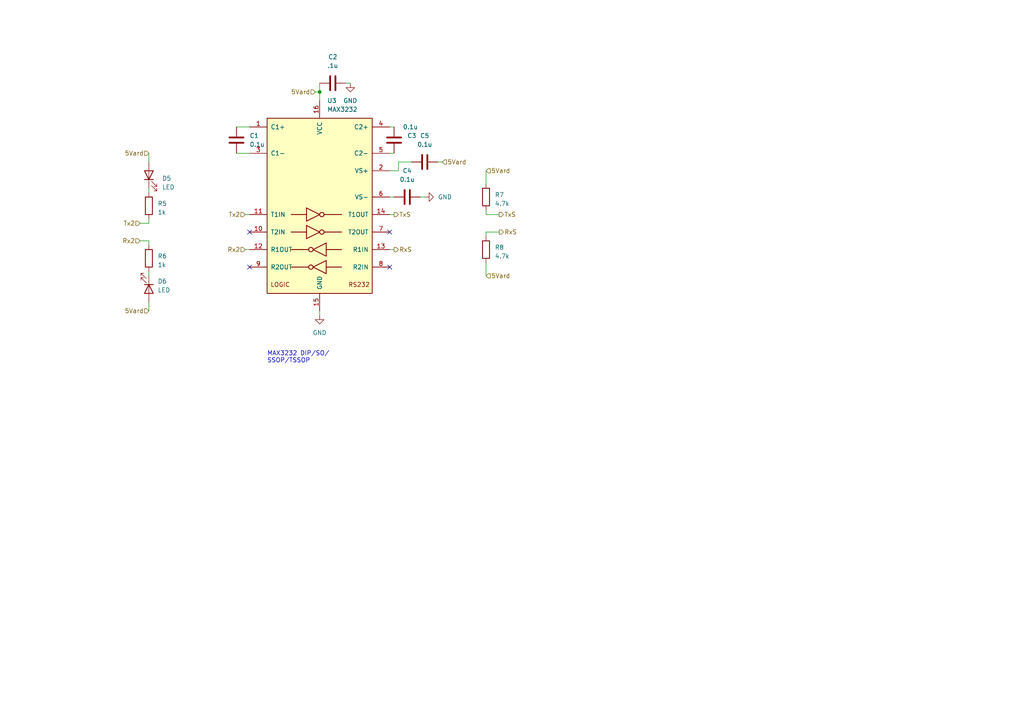
<source format=kicad_sch>
(kicad_sch (version 20230121) (generator eeschema)
  (paper "A4")
  (lib_symbols
    (symbol "Device:C" (pin_numbers hide) (pin_names (offset 0.254))
      (property "Reference" "C" (at 0.635 2.54 0))
      (property "Value" "C" (at 0.635 -2.54 0))
      (symbol "C_0_1"
        (polyline (pts (xy -2.032 -0.762) (xy 2.032 -0.762)) (stroke (width 0.508)))
        (polyline (pts (xy -2.032 0.762) (xy 2.032 0.762)) (stroke (width 0.508)))
      )
      (symbol "C_1_1"
        (pin passive line (at 0 3.81 270) (length 2.794) (name "~") (number "1"))
        (pin passive line (at 0 -3.81 90) (length 2.794) (name "~") (number "2"))
      )
    )
    (symbol "Device:LED" (pin_numbers hide) (pin_names (offset 1.016) hide)
      (property "Reference" "D" (at 0 2.54 0))
      (property "Value" "LED" (at 0 -2.54 0))
      (symbol "LED_0_1"
        (polyline (pts (xy -1.27 -1.27) (xy -1.27 1.27)) (stroke (width 0.254)))
        (polyline (pts (xy -1.27 0) (xy 1.27 0)))
        (polyline (pts (xy 1.27 -1.27) (xy 1.27 1.27) (xy -1.27 0) (xy 1.27 -1.27)) (stroke (width 0.254)))
        (polyline (pts (xy -3.048 -0.762) (xy -4.572 -2.286) (xy -3.81 -2.286) (xy -4.572 -2.286) (xy -4.572 -1.524)))
        (polyline (pts (xy -1.778 -0.762) (xy -3.302 -2.286) (xy -2.54 -2.286) (xy -3.302 -2.286) (xy -3.302 -1.524)))
      )
      (symbol "LED_1_1"
        (pin passive line (at -3.81 0 0) (length 2.54) (name "K") (number "1"))
        (pin passive line (at 3.81 0 180) (length 2.54) (name "A") (number "2"))
      )
    )
    (symbol "Device:R" (pin_numbers hide) (pin_names (offset 0))
      (property "Reference" "R" (at 2.032 0 90))
      (property "Value" "R" (at 0 0 90))
      (symbol "R_0_1"
        (rectangle (start -1.016 -2.54) (end 1.016 2.54) (stroke (width 0.254)))
      )
      (symbol "R_1_1"
        (pin passive line (at 0 3.81 270) (length 1.27) (name "~") (number "1"))
        (pin passive line (at 0 -3.81 90) (length 1.27) (name "~") (number "2"))
      )
    )
    (symbol "Interface_UART:MAX3232" (pin_names (offset 1.016))
      (property "Reference" "U" (at -2.54 28.575 0))
      (property "Value" "MAX3232" (at -2.54 26.67 0))
      (symbol "MAX3232_0_0"
        (text "LOGIC" (at -11.43 -22.86 0) (effects (font (size 1.27 1.27))))
        (text "RS232" (at 11.43 -22.86 0) (effects (font (size 1.27 1.27))))
      )
      (symbol "MAX3232_0_1"
        (rectangle (start -15.24 -25.4) (end 15.24 25.4) (stroke (width 0.254)) (fill (type background)))
        (circle (center -2.54 -17.78) (radius 0.635) (stroke (width 0.254)))
        (circle (center -2.54 -12.7) (radius 0.635) (stroke (width 0.254)))
        (polyline (pts (xy -3.81 -7.62) (xy -8.255 -7.62)) (stroke (width 0.254)))
        (polyline (pts (xy -3.81 -2.54) (xy -8.255 -2.54)) (stroke (width 0.254)))
        (polyline (pts (xy -3.175 -17.78) (xy -8.255 -17.78)) (stroke (width 0.254)))
        (polyline (pts (xy -3.175 -12.7) (xy -8.255 -12.7)) (stroke (width 0.254)))
        (polyline (pts (xy 1.27 -7.62) (xy 6.35 -7.62)) (stroke (width 0.254)))
        (polyline (pts (xy 1.27 -2.54) (xy 6.35 -2.54)) (stroke (width 0.254)))
        (polyline (pts (xy 1.905 -17.78) (xy 6.35 -17.78)) (stroke (width 0.254)))
        (polyline (pts (xy 1.905 -12.7) (xy 6.35 -12.7)) (stroke (width 0.254)))
        (polyline (pts (xy -3.81 -5.715) (xy -3.81 -9.525) (xy 0 -7.62) (xy -3.81 -5.715)) (stroke (width 0.254)))
        (polyline (pts (xy -3.81 -0.635) (xy -3.81 -4.445) (xy 0 -2.54) (xy -3.81 -0.635)) (stroke (width 0.254)))
        (polyline (pts (xy 1.905 -15.875) (xy 1.905 -19.685) (xy -1.905 -17.78) (xy 1.905 -15.875)) (stroke (width 0.254)))
        (polyline (pts (xy 1.905 -10.795) (xy 1.905 -14.605) (xy -1.905 -12.7) (xy 1.905 -10.795)) (stroke (width 0.254)))
        (circle (center 0.635 -7.62) (radius 0.635) (stroke (width 0.254)))
        (circle (center 0.635 -2.54) (radius 0.635) (stroke (width 0.254)))
      )
      (symbol "MAX3232_1_1"
        (pin passive line (at -20.32 22.86 0) (length 5.08) (name "C1+") (number "1"))
        (pin input line (at -20.32 -7.62 0) (length 5.08) (name "T2IN") (number "10"))
        (pin input line (at -20.32 -2.54 0) (length 5.08) (name "T1IN") (number "11"))
        (pin output line (at -20.32 -12.7 0) (length 5.08) (name "R1OUT") (number "12"))
        (pin input line (at 20.32 -12.7 180) (length 5.08) (name "R1IN") (number "13"))
        (pin output line (at 20.32 -2.54 180) (length 5.08) (name "T1OUT") (number "14"))
        (pin power_in line (at 0 -30.48 90) (length 5.08) (name "GND") (number "15"))
        (pin power_in line (at 0 30.48 270) (length 5.08) (name "VCC") (number "16"))
        (pin power_out line (at 20.32 10.16 180) (length 5.08) (name "VS+") (number "2"))
        (pin passive line (at -20.32 15.24 0) (length 5.08) (name "C1-") (number "3"))
        (pin passive line (at 20.32 22.86 180) (length 5.08) (name "C2+") (number "4"))
        (pin passive line (at 20.32 15.24 180) (length 5.08) (name "C2-") (number "5"))
        (pin power_out line (at 20.32 2.54 180) (length 5.08) (name "VS-") (number "6"))
        (pin output line (at 20.32 -7.62 180) (length 5.08) (name "T2OUT") (number "7"))
        (pin input line (at 20.32 -17.78 180) (length 5.08) (name "R2IN") (number "8"))
        (pin output line (at -20.32 -17.78 0) (length 5.08) (name "R2OUT") (number "9"))
      )
    )
    (symbol "power:GND" (power) (pin_names (offset 0))
      (property "Value" "GND" (at 0 -3.81 0))
      (symbol "GND_0_1"
        (polyline (pts (xy 0 0) (xy 0 -1.27) (xy 1.27 -1.27) (xy 0 -2.54) (xy -1.27 -1.27) (xy 0 -1.27)))
      )
      (symbol "GND_1_1"
        (pin power_in line (at 0 0 270) (length 0) hide (name "GND") (number "1"))
      )
    )
  )
  (junction (at 92.71 26.67))
  (no_connect (at 113.03 77.47))
  (no_connect (at 72.39 77.47))
  (no_connect (at 72.39 67.31))
  (no_connect (at 113.03 67.31))
  (wire (pts (xy 40.64 64.77) (xy 43.18 64.77)))
  (wire (pts (xy 140.97 60.96) (xy 140.97 62.23)))
  (wire (pts (xy 140.97 62.23) (xy 144.78 62.23)))
  (wire (pts (xy 115.57 49.53) (xy 115.57 46.99)))
  (wire (pts (xy 113.03 57.15) (xy 114.3 57.15)))
  (wire (pts (xy 140.97 76.2) (xy 140.97 80.01)))
  (wire (pts (xy 68.58 36.83) (xy 72.39 36.83)))
  (wire (pts (xy 127 46.99) (xy 128.27 46.99)))
  (wire (pts (xy 113.03 49.53) (xy 115.57 49.53)))
  (wire (pts (xy 121.92 57.15) (xy 123.19 57.15)))
  (wire (pts (xy 68.58 44.45) (xy 72.39 44.45)))
  (wire (pts (xy 113.03 72.39) (xy 114.3 72.39)))
  (wire (pts (xy 43.18 69.85) (xy 43.18 71.12)))
  (wire (pts (xy 43.18 80.01) (xy 43.18 78.74)))
  (wire (pts (xy 115.57 46.99) (xy 119.38 46.99)))
  (wire (pts (xy 140.97 67.31) (xy 140.97 68.58)))
  (wire (pts (xy 91.44 26.67) (xy 92.71 26.67)))
  (wire (pts (xy 71.12 72.39) (xy 72.39 72.39)))
  (wire (pts (xy 40.64 69.85) (xy 43.18 69.85)))
  (wire (pts (xy 140.97 49.53) (xy 140.97 53.34)))
  (wire (pts (xy 92.71 26.67) (xy 92.71 29.21)))
  (wire (pts (xy 43.18 54.61) (xy 43.18 55.88)))
  (wire (pts (xy 92.71 24.13) (xy 92.71 26.67)))
  (wire (pts (xy 71.12 62.23) (xy 72.39 62.23)))
  (wire (pts (xy 113.03 62.23) (xy 114.3 62.23)))
  (wire (pts (xy 113.03 36.83) (xy 114.3 36.83)))
  (wire (pts (xy 100.33 24.13) (xy 101.6 24.13)))
  (wire (pts (xy 92.71 90.17) (xy 92.71 91.44)))
  (wire (pts (xy 140.97 67.31) (xy 144.78 67.31)))
  (wire (pts (xy 43.18 44.45) (xy 43.18 46.99)))
  (wire (pts (xy 43.18 87.63) (xy 43.18 90.17)))
  (wire (pts (xy 43.18 63.5) (xy 43.18 64.77)))
  (wire (pts (xy 113.03 44.45) (xy 114.3 44.45)))
  (text "MAX3232 DIP/SO/\nSSOP/TSSOP" (at 77.47 105.41 0) (effects (font (size 1.27 1.27)) (justify left bottom)))
  (hierarchical_label "5Vard" (shape input) (at 91.44 26.67 180))
  (hierarchical_label "5Vard" (shape input) (at 140.97 80.01 0))
  (hierarchical_label "RxS" (shape output) (at 144.78 67.31 0))
  (hierarchical_label "Tx2" (shape input) (at 40.64 64.77 180))
  (hierarchical_label "RxS" (shape output) (at 114.3 72.39 0))
  (hierarchical_label "5Vard" (shape input) (at 43.18 44.45 180))
  (hierarchical_label "TxS" (shape output) (at 114.3 62.23 0))
  (hierarchical_label "Tx2" (shape input) (at 71.12 62.23 180))
  (hierarchical_label "TxS" (shape output) (at 144.78 62.23 0))
  (hierarchical_label "5Vard" (shape input) (at 140.97 49.53 0))
  (hierarchical_label "Rx2" (shape input) (at 71.12 72.39 180))
  (hierarchical_label "5Vard" (shape input) (at 43.18 90.17 180))
  (hierarchical_label "5Vard" (shape input) (at 128.27 46.99 0))
  (hierarchical_label "Rx2" (shape input) (at 40.64 69.85 180))
  (symbol (lib_id "Device:C") (at 114.3 40.64 0) (unit 1)
    (property "Reference" "C3" (at 118.11 39.37 0) (effects (justify left)))
    (property "Value" "0.1u" (at 116.84 36.83 0) (effects (justify left)))
    (property "Footprint" "Capacitor_SMD:C_0603_1608Metric" (effects hide))
  )
  (symbol (lib_id "Device:LED") (at 43.18 83.82 270) (unit 1)
    (property "Reference" "D6" (at 45.72 81.5975 90) (effects (justify left)))
    (property "Value" "LED" (at 45.72 84.1375 90) (effects (justify left)))
    (property "Footprint" "LED_SMD:LED_0603_1608Metric_Pad1.05x0.95mm_HandSolder" (effects hide))
  )
  (symbol (lib_id "Device:C") (at 96.52 24.13 90) (unit 1)
    (property "Reference" "C2" (at 96.52 16.51 90))
    (property "Value" ".1u" (at 96.52 19.05 90))
    (property "Footprint" "Capacitor_SMD:C_0603_1608Metric" (effects hide))
  )
  (symbol (lib_id "Device:C") (at 118.11 57.15 90) (unit 1)
    (property "Reference" "C4" (at 118.11 49.53 90))
    (property "Value" "0.1u" (at 118.11 52.07 90))
    (property "Footprint" "Capacitor_SMD:C_0603_1608Metric" (effects hide))
  )
  (symbol (lib_id "Device:C") (at 68.58 40.64 0) (unit 1)
    (property "Reference" "C1" (at 72.39 39.37 0) (effects (justify left)))
    (property "Value" "0.1u" (at 72.39 41.91 0) (effects (justify left)))
    (property "Footprint" "Capacitor_SMD:C_0603_1608Metric" (effects hide))
  )
  (symbol (lib_id "power:GND") (at 123.19 57.15 90) (unit 1)
    (property "Reference" "#PWR015" (effects hide))
    (property "Value" "GND" (at 127 57.15 90) (effects (justify right)))
  )
  (symbol (lib_id "Device:C") (at 123.19 46.99 90) (unit 1)
    (property "Reference" "C5" (at 123.19 39.37 90))
    (property "Value" "0.1u" (at 123.19 41.91 90))
    (property "Footprint" "Capacitor_SMD:C_0603_1608Metric" (effects hide))
  )
  (symbol (lib_id "Device:R") (at 43.18 59.69 0) (unit 1)
    (property "Reference" "R5" (at 45.72 59.055 0) (effects (justify left)))
    (property "Value" "1k" (at 45.72 61.595 0) (effects (justify left)))
    (property "Footprint" "Resistor_SMD:R_0603_1608Metric" (effects hide))
  )
  (symbol (lib_id "Device:LED") (at 43.18 50.8 90) (unit 1)
    (property "Reference" "D5" (at 46.99 51.7525 90) (effects (justify right)))
    (property "Value" "LED" (at 46.99 54.2925 90) (effects (justify right)))
    (property "Footprint" "LED_SMD:LED_0603_1608Metric" (effects hide))
  )
  (symbol (lib_id "Device:R") (at 43.18 74.93 180) (unit 1)
    (property "Reference" "R6" (at 45.72 74.295 0) (effects (justify right)))
    (property "Value" "1k" (at 45.72 76.835 0) (effects (justify right)))
    (property "Footprint" "Resistor_SMD:R_0603_1608Metric" (effects hide))
  )
  (symbol (lib_id "Device:R") (at 140.97 72.39 180) (unit 1)
    (property "Reference" "R8" (at 143.51 71.755 0) (effects (justify right)))
    (property "Value" "4.7k" (at 143.51 74.295 0) (effects (justify right)))
    (property "Footprint" "Resistor_SMD:R_0603_1608Metric" (effects hide))
  )
  (symbol (lib_id "power:GND") (at 101.6 24.13 0) (unit 1)
    (property "Reference" "#PWR014" (effects hide))
    (property "Value" "GND" (at 101.6 29.21 0))
  )
  (symbol (lib_id "Interface_UART:MAX3232") (at 92.71 59.69 0) (unit 1)
    (property "Reference" "U3" (at 94.9041 29.21 0) (effects (justify left)))
    (property "Value" "MAX3232" (at 94.9041 31.75 0) (effects (justify left)))
    (property "Footprint" "Package_SO:SOIC-16_3.9x9.9mm_P1.27mm" (effects hide))
    (property "Datasheet" "https://datasheets.maximintegrated.com/en/ds/MAX3222-MAX3241.pdf" (effects hide))
  )
  (symbol (lib_id "power:GND") (at 92.71 91.44 0) (unit 1)
    (property "Reference" "#PWR02" (effects hide))
    (property "Value" "GND" (at 92.71 96.52 0))
  )
  (symbol (lib_id "Device:R") (at 140.97 57.15 0) (unit 1)
    (property "Reference" "R7" (at 143.51 56.515 0) (effects (justify left)))
    (property "Value" "4.7k" (at 143.51 59.055 0) (effects (justify left)))
    (property "Footprint" "Resistor_SMD:R_0603_1608Metric" (effects hide))
  )
)
</source>
